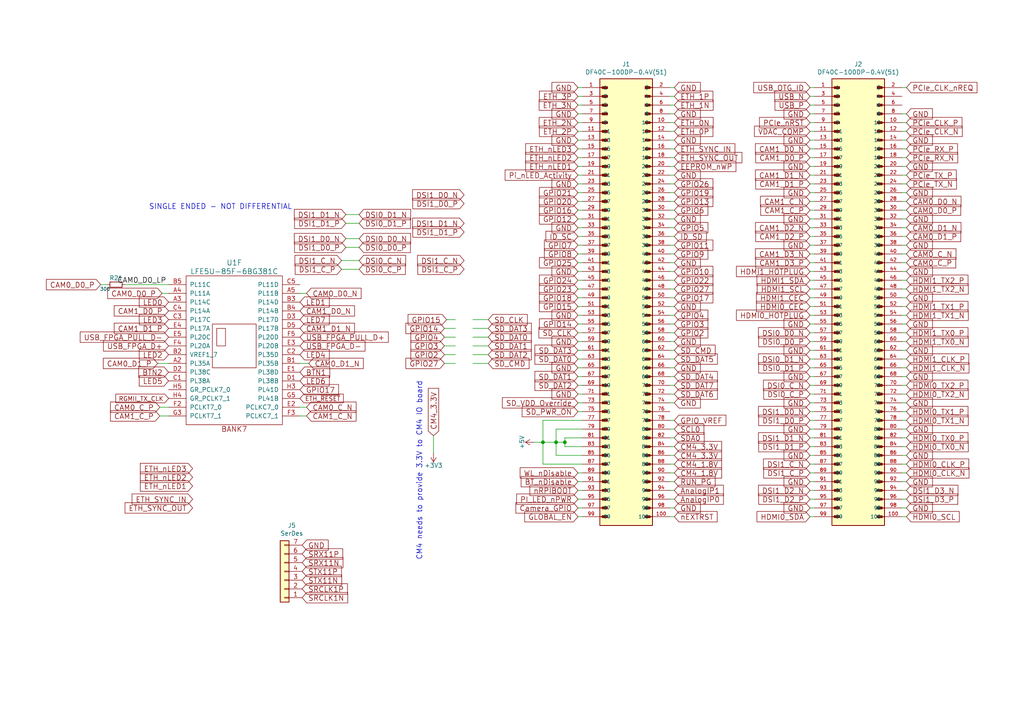
<source format=kicad_sch>
(kicad_sch (version 20231120) (generator "eeschema") (generator_version "8.0")
  (paper "A4")
  (title_block (title "ULX3S") (date "2022-09-21") (rev "0.0.3") (company "EMARD") (comment 1 "GPIO 2.54 mm connectors") (comment 2 "License: CERN-OHL-S v2"))
  (junction (at -97.155 10.16))
  (junction (at 161.29 128.27))
  (junction (at 163.83 128.27))
  (junction (at 157.48 128.27))
  (no_connect (at -50.8 22.86))
  (no_connect (at -88.9 22.86))
  (no_connect (at -88.9 25.4))
  (wire (pts (xy 167.64 40.64) (xy 168.91 40.64)))
  (wire (pts (xy 234.95 119.38) (xy 236.22 119.38)))
  (wire (pts (xy 194.31 101.6) (xy 195.58 101.6)))
  (wire (pts (xy 168.91 137.16) (xy 167.64 137.16)))
  (wire (pts (xy 167.64 83.82) (xy 168.91 83.82)))
  (wire (pts (xy 261.62 78.74) (xy 262.89 78.74)))
  (wire (pts (xy 129.54 92.71) (xy 132.08 92.71)))
  (wire (pts (xy 104.14 71.755) (xy 100.33 71.755)))
  (wire (pts (xy 104.14 64.77) (xy 100.33 64.77)))
  (wire (pts (xy 167.64 25.4) (xy 168.91 25.4)))
  (wire (pts (xy 236.22 101.6) (xy 234.95 101.6)))
  (wire (pts (xy 167.64 99.06) (xy 168.91 99.06)))
  (wire (pts (xy 168.91 142.24) (xy 167.64 142.24)))
  (wire (pts (xy 234.95 40.64) (xy 236.22 40.64)))
  (wire (pts (xy 137.16 100.33) (xy 141.605 100.33)))
  (wire (pts (xy 168.91 43.18) (xy 167.64 43.18)))
  (wire (pts (xy 234.95 25.4) (xy 236.22 25.4)))
  (wire (pts (xy 261.62 132.08) (xy 262.89 132.08)))
  (wire (pts (xy 262.89 81.28) (xy 261.62 81.28)))
  (wire (pts (xy 167.64 30.48) (xy 168.91 30.48)))
  (wire (pts (xy 194.31 134.62) (xy 195.58 134.62)))
  (wire (pts (xy 234.95 86.36) (xy 236.22 86.36)))
  (wire (pts (xy 46.355 118.11) (xy 48.895 118.11)))
  (wire (pts (xy 195.58 116.84) (xy 194.31 116.84)))
  (wire (pts (xy 137.16 97.79) (xy 141.605 97.79)))
  (wire (pts (xy 168.91 66.04) (xy 167.64 66.04)))
  (wire (pts (xy 167.64 93.98) (xy 168.91 93.98)))
  (wire (pts (xy 236.22 30.48) (xy 234.95 30.48)))
  (wire (pts (xy 86.995 105.41) (xy 89.535 105.41)))
  (wire (pts (xy 236.22 134.62) (xy 234.95 134.62)))
  (wire (pts (xy 236.22 83.82) (xy 234.95 83.82)))
  (wire (pts (xy 234.95 99.06) (xy 236.22 99.06)))
  (wire (pts (xy 261.62 91.44) (xy 262.89 91.44)))
  (wire (pts (xy 167.64 27.94) (xy 168.91 27.94)))
  (wire (pts (xy 236.22 48.26) (xy 234.95 48.26)))
  (wire (pts (xy 167.64 53.34) (xy 168.91 53.34)))
  (wire (pts (xy 194.31 68.58) (xy 195.58 68.58)))
  (wire (pts (xy -50.8 2.54) (xy -41.275 2.54)))
  (wire (pts (xy 234.95 104.14) (xy 236.22 104.14)))
  (wire (pts (xy 195.58 55.88) (xy 194.31 55.88)))
  (wire (pts (xy 167.64 119.38) (xy 168.91 119.38)))
  (wire (pts (xy 194.31 96.52) (xy 195.58 96.52)))
  (wire (pts (xy 236.22 78.74) (xy 234.95 78.74)))
  (wire (pts (xy 236.22 58.42) (xy 234.95 58.42)))
  (wire (pts (xy 167.64 45.72) (xy 168.91 45.72)))
  (wire (pts (xy 137.16 92.71) (xy 141.605 92.71)))
  (wire (pts (xy 163.83 127) (xy 168.91 127)))
  (wire (pts (xy 168.91 50.8) (xy 167.64 50.8)))
  (wire (pts (xy 137.16 105.41) (xy 141.605 105.41)))
  (wire (pts (xy 234.95 114.3) (xy 236.22 114.3)))
  (wire (pts (xy 167.64 38.1) (xy 168.91 38.1)))
  (wire (pts (xy 234.95 66.04) (xy 236.22 66.04)))
  (wire (pts (xy 194.31 129.54) (xy 195.58 129.54)))
  (wire (pts (xy 157.48 121.92) (xy 157.48 128.27)))
  (wire (pts (xy 261.62 124.46) (xy 262.89 124.46)))
  (wire (pts (xy 194.31 58.42) (xy 195.58 58.42)))
  (wire (pts (xy 261.62 137.16) (xy 262.89 137.16)))
  (wire (pts (xy 46.99 85.09) (xy 48.895 85.09)))
  (wire (pts (xy 195.58 71.12) (xy 194.31 71.12)))
  (wire (pts (xy 261.62 114.3) (xy 262.89 114.3)))
  (wire (pts (xy 195.58 144.78) (xy 194.31 144.78)))
  (wire (pts (xy 262.89 109.22) (xy 261.62 109.22)))
  (wire (pts (xy 262.89 99.06) (xy 261.62 99.06)))
  (wire (pts (xy 195.58 121.92) (xy 194.31 121.92)))
  (wire (pts (xy 262.89 76.2) (xy 261.62 76.2)))
  (wire (pts (xy 236.22 63.5) (xy 234.95 63.5)))
  (wire (pts (xy 195.58 137.16) (xy 194.31 137.16)))
  (wire (pts (xy 194.31 91.44) (xy 195.58 91.44)))
  (wire (pts (xy 194.31 27.94) (xy 195.58 27.94)))
  (wire (pts (xy 234.95 132.08) (xy 236.22 132.08)))
  (wire (pts (xy 195.58 30.48) (xy 194.31 30.48)))
  (wire (pts (xy 195.58 45.72) (xy 194.31 45.72)))
  (wire (pts (xy 234.95 144.78) (xy 236.22 144.78)))
  (wire (pts (xy 236.22 38.1) (xy 234.95 38.1)))
  (wire (pts (xy 261.62 139.7) (xy 262.89 139.7)))
  (wire (pts (xy 236.22 139.7) (xy 234.95 139.7)))
  (wire (pts (xy 128.905 102.87) (xy 132.08 102.87)))
  (wire (pts (xy 168.91 129.54) (xy 163.83 129.54)))
  (wire (pts (xy 234.95 55.88) (xy 236.22 55.88)))
  (wire (pts (xy 168.91 116.84) (xy 167.64 116.84)))
  (wire (pts (xy 194.31 147.32) (xy 195.58 147.32)))
  (wire (pts (xy 195.58 93.98) (xy 194.31 93.98)))
  (wire (pts (xy 167.64 88.9) (xy 168.91 88.9)))
  (wire (pts (xy 262.89 86.36) (xy 261.62 86.36)))
  (wire (pts (xy 261.62 43.18) (xy 262.89 43.18)))
  (wire (pts (xy 157.48 128.27) (xy 154.94 128.27)))
  (wire (pts (xy 195.58 60.96) (xy 194.31 60.96)))
  (wire (pts (xy 137.16 102.87) (xy 141.605 102.87)))
  (wire (pts (xy 195.58 50.8) (xy 194.31 50.8)))
  (wire (pts (xy 236.22 43.18) (xy 234.95 43.18)))
  (wire (pts (xy -50.8 10.16) (xy -43.815 10.16)))
  (wire (pts (xy 128.905 95.25) (xy 132.08 95.25)))
  (wire (pts (xy 262.89 63.5) (xy 261.62 63.5)))
  (wire (pts (xy 261.62 60.96) (xy 262.89 60.96)))
  (wire (pts (xy 236.22 68.58) (xy 234.95 68.58)))
  (wire (pts (xy 167.64 104.14) (xy 168.91 104.14)))
  (wire (pts (xy 234.95 149.86) (xy 236.22 149.86)))
  (wire (pts (xy 262.89 142.24) (xy 261.62 142.24)))
  (wire (pts (xy 261.62 96.52) (xy 262.89 96.52)))
  (wire (pts (xy 234.95 76.2) (xy 236.22 76.2)))
  (wire (pts (xy 234.95 60.96) (xy 236.22 60.96)))
  (wire (pts (xy 195.58 35.56) (xy 194.31 35.56)))
  (wire (pts (xy 262.89 48.26) (xy 261.62 48.26)))
  (wire (pts (xy 137.16 95.25) (xy 141.605 95.25)))
  (wire (pts (xy 161.29 124.46) (xy 161.29 128.27)))
  (wire (pts (xy 261.62 35.56) (xy 262.89 35.56)))
  (wire (pts (xy 262.89 116.84) (xy 261.62 116.84)))
  (wire (pts (xy 195.58 99.06) (xy 194.31 99.06)))
  (wire (pts (xy 167.64 73.66) (xy 168.91 73.66)))
  (wire (pts (xy 168.91 109.22) (xy 167.64 109.22)))
  (wire (pts (xy 261.62 73.66) (xy 262.89 73.66)))
  (wire (pts (xy 167.64 63.5) (xy 168.91 63.5)))
  (wire (pts (xy 234.95 71.12) (xy 236.22 71.12)))
  (wire (pts (xy 261.62 83.82) (xy 262.89 83.82)))
  (wire (pts (xy 168.91 144.78) (xy 167.64 144.78)))
  (wire (pts (xy 262.89 55.88) (xy 261.62 55.88)))
  (wire (pts (xy 45.72 105.41) (xy 48.895 105.41)))
  (wire (pts (xy 262.89 58.42) (xy 261.62 58.42)))
  (wire (pts (xy 99.06 75.565) (xy 104.14 75.565)))
  (wire (pts (xy 262.89 40.64) (xy 261.62 40.64)))
  (wire (pts (xy 234.95 45.72) (xy 236.22 45.72)))
  (wire (pts (xy 234.95 109.22) (xy 236.22 109.22)))
  (wire (pts (xy 168.91 86.36) (xy 167.64 86.36)))
  (wire (pts (xy 261.62 45.72) (xy 262.89 45.72)))
  (wire (pts (xy 194.31 38.1) (xy 195.58 38.1)))
  (wire (pts (xy 261.62 106.68) (xy 262.89 106.68)))
  (wire (pts (xy 261.62 119.38) (xy 262.89 119.38)))
  (wire (pts (xy 168.91 132.08) (xy 161.29 132.08)))
  (wire (pts (xy 262.89 121.92) (xy 261.62 121.92)))
  (wire (pts (xy 194.31 149.86) (xy 195.58 149.86)))
  (wire (pts (xy 128.905 97.79) (xy 132.08 97.79)))
  (wire (pts (xy 261.62 53.34) (xy 262.89 53.34)))
  (wire (pts (xy 157.48 134.62) (xy 168.91 134.62)))
  (wire (pts (xy 261.62 50.8) (xy 262.89 50.8)))
  (wire (pts (xy 194.31 86.36) (xy 195.58 86.36)))
  (wire (pts (xy 194.31 132.08) (xy 195.58 132.08)))
  (wire (pts (xy 195.58 127) (xy 194.31 127)))
  (wire (pts (xy 167.64 149.86) (xy 168.91 149.86)))
  (wire (pts (xy 194.31 78.74) (xy 195.58 78.74)))
  (wire (pts (xy 236.22 129.54) (xy 234.95 129.54)))
  (wire (pts (xy 236.22 106.68) (xy 234.95 106.68)))
  (wire (pts (xy 167.64 58.42) (xy 168.91 58.42)))
  (wire (pts (xy 234.95 124.46) (xy 236.22 124.46)))
  (wire (pts (xy 168.91 121.92) (xy 157.48 121.92)))
  (wire (pts (xy 29.21 82.55) (xy 31.115 82.55)))
  (wire (pts (xy 167.64 78.74) (xy 168.91 78.74)))
  (wire (pts (xy 163.83 129.54) (xy 163.83 128.27)))
  (wire (pts (xy 234.95 91.44) (xy 236.22 91.44)))
  (wire (pts (xy 194.31 109.22) (xy 195.58 109.22)))
  (wire (pts (xy 194.31 81.28) (xy 195.58 81.28)))
  (wire (pts (xy 128.905 105.41) (xy 132.08 105.41)))
  (wire (pts (xy 125.73 131.445) (xy 125.73 126.365)))
  (wire (pts (xy 168.91 71.12) (xy 167.64 71.12)))
  (wire (pts (xy 261.62 127) (xy 262.89 127)))
  (wire (pts (xy 168.91 48.26) (xy 167.64 48.26)))
  (wire (pts (xy 261.62 144.78) (xy 262.89 144.78)))
  (wire (pts (xy 88.9 118.11) (xy 86.995 118.11)))
  (wire (pts (xy 234.95 137.16) (xy 236.22 137.16)))
  (wire (pts (xy 261.62 25.4) (xy 262.89 25.4)))
  (wire (pts (xy 236.22 121.92) (xy 234.95 121.92)))
  (wire (pts (xy 194.31 104.14) (xy 195.58 104.14)))
  (wire (pts (xy 161.29 132.08) (xy 161.29 128.27)))
  (wire (pts (xy 167.64 68.58) (xy 168.91 68.58)))
  (wire (pts (xy 86.995 85.09) (xy 88.9 85.09)))
  (wire (pts (xy 236.22 116.84) (xy 234.95 116.84)))
  (wire (pts (xy 261.62 149.86) (xy 262.89 149.86)))
  (wire (pts (xy -97.155 10.16) (xy -88.9 10.16)))
  (wire (pts (xy 168.91 55.88) (xy 167.64 55.88)))
  (wire (pts (xy 261.62 68.58) (xy 262.89 68.58)))
  (wire (pts (xy 262.89 134.62) (xy 261.62 134.62)))
  (wire (pts (xy 46.355 120.65) (xy 48.895 120.65)))
  (wire (pts (xy 194.31 142.24) (xy 195.58 142.24)))
  (wire (pts (xy 236.22 93.98) (xy 234.95 93.98)))
  (wire (pts (xy 236.22 53.34) (xy 234.95 53.34)))
  (wire (pts (xy 167.64 139.7) (xy 168.91 139.7)))
  (wire (pts (xy 167.64 106.68) (xy 168.91 106.68)))
  (wire (pts (xy -109.22 10.16) (xy -97.155 10.16)))
  (wire (pts (xy 168.91 124.46) (xy 161.29 124.46)))
  (wire (pts (xy 234.95 81.28) (xy 236.22 81.28)))
  (wire (pts (xy 234.95 127) (xy 236.22 127)))
  (wire (pts (xy 234.95 142.24) (xy 236.22 142.24)))
  (wire (pts (xy 194.31 33.02) (xy 195.58 33.02)))
  (wire (pts (xy 261.62 38.1) (xy 262.89 38.1)))
  (wire (pts (xy 157.48 128.27) (xy 157.48 134.62)))
  (wire (pts (xy 195.58 106.68) (xy 194.31 106.68)))
  (wire (pts (xy 163.83 128.27) (xy 161.29 128.27)))
  (wire (pts (xy 261.62 66.04) (xy 262.89 66.04)))
  (wire (pts (xy 195.58 66.04) (xy 194.31 66.04)))
  (wire (pts (xy 234.95 96.52) (xy 236.22 96.52)))
  (wire (pts (xy 194.31 48.26) (xy 195.58 48.26)))
  (wire (pts (xy 195.58 88.9) (xy 194.31 88.9)))
  (wire (pts (xy 167.64 35.56) (xy 168.91 35.56)))
  (wire (pts (xy 195.58 76.2) (xy 194.31 76.2)))
  (wire (pts (xy 88.9 120.65) (xy 86.995 120.65)))
  (wire (pts (xy 262.89 104.14) (xy 261.62 104.14)))
  (wire (pts (xy 194.31 63.5) (xy 195.58 63.5)))
  (wire (pts (xy 128.905 100.33) (xy 132.08 100.33)))
  (wire (pts (xy 168.91 76.2) (xy 167.64 76.2)))
  (wire (pts (xy 168.91 33.02) (xy 167.64 33.02)))
  (wire (pts (xy 161.29 128.27) (xy 157.48 128.27)))
  (wire (pts (xy 261.62 111.76) (xy 262.89 111.76)))
  (wire (pts (xy 168.91 91.44) (xy 167.64 91.44)))
  (wire (pts (xy 104.14 78.105) (xy 99.06 78.105)))
  (wire (pts (xy 194.31 114.3) (xy 195.58 114.3)))
  (wire (pts (xy 167.64 114.3) (xy 168.91 114.3)))
  (wire (pts (xy 195.58 83.82) (xy 194.31 83.82)))
  (wire (pts (xy 168.91 101.6) (xy 167.64 101.6)))
  (wire (pts (xy 236.22 147.32) (xy 234.95 147.32)))
  (wire (pts (xy 100.33 69.215) (xy 104.14 69.215)))
  (wire (pts (xy 195.58 40.64) (xy 194.31 40.64)))
  (wire (pts (xy 100.33 62.23) (xy 104.14 62.23)))
  (wire (pts (xy 262.89 33.02) (xy 261.62 33.02)))
  (wire (pts (xy 262.89 147.32) (xy 261.62 147.32)))
  (wire (pts (xy 262.89 93.98) (xy 261.62 93.98)))
  (wire (pts (xy 168.91 111.76) (xy 167.64 111.76)))
  (wire (pts (xy 234.95 50.8) (xy 236.22 50.8)))
  (wire (pts (xy 234.95 27.94) (xy 236.22 27.94)))
  (wire (pts (xy 168.91 96.52) (xy 167.64 96.52)))
  (wire (pts (xy 236.22 33.02) (xy 234.95 33.02)))
  (wire (pts (xy 262.89 129.54) (xy 261.62 129.54)))
  (wire (pts (xy 168.91 81.28) (xy 167.64 81.28)))
  (wire (pts (xy 194.31 73.66) (xy 195.58 73.66)))
  (wire (pts (xy 168.91 60.96) (xy 167.64 60.96)))
  (wire (pts (xy 195.58 25.4) (xy 194.31 25.4)))
  (wire (pts (xy 236.22 88.9) (xy 234.95 88.9)))
  (wire (pts (xy 163.83 127) (xy 163.83 128.27)))
  (wire (pts (xy 194.31 124.46) (xy 195.58 124.46)))
  (wire (pts (xy 262.89 71.12) (xy 261.62 71.12)))
  (wire (pts (xy 236.22 111.76) (xy 234.95 111.76)))
  (wire (pts (xy 236.22 73.66) (xy 234.95 73.66)))
  (wire (pts (xy 194.31 139.7) (xy 195.58 139.7)))
  (wire (pts (xy 261.62 88.9) (xy 262.89 88.9)))
  (wire (pts (xy 194.31 43.18) (xy 195.58 43.18)))
  (wire (pts (xy 234.95 35.56) (xy 236.22 35.56)))
  (wire (pts (xy 167.64 147.32) (xy 168.91 147.32)))
  (wire (pts (xy 194.31 53.34) (xy 195.58 53.34)))
  (wire (pts (xy 195.58 111.76) (xy 194.31 111.76)))
  (wire (pts (xy 261.62 101.6) (xy 262.89 101.6)))
  (wire (pts (xy 36.195 82.55) (xy 48.895 82.55)))
  (text "CM4 needs to provide 3.3V to CM4 IO board" (at 122.555 162.56 90) (effects (font (size 1.524 1.524)) (justify left bottom)))
  (text "SINGLE ENDED - NOT DIFFERENTIAL" (at 43.18 60.96 0) (effects (font (size 1.524 1.524)) (justify left bottom)))
  (label "CAM0_D0_LP" (at 48.26 82.55 180) (effects (font (size 1.524 1.524))))
  (global_label "SD_CLK" (shape input) (at 141.605 92.71 0) (effects (font (size 1.524 1.524))) (property "Intersheetrefs" "${INTERSHEET_REFS}" (effects (hide yes))))
  (global_label "CAM0_D1_N" (shape input) (at 262.89 66.04 0) (effects (font (size 1.524 1.524))) (property "Intersheetrefs" "${INTERSHEET_REFS}" (effects (hide yes))))
  (global_label "PCIe_CLK_nREQ" (shape input) (at -88.9 -5.08 180) (effects (font (size 1.524 1.524))) (property "Intersheetrefs" "${INTERSHEET_REFS}" (effects (hide yes))))
  (global_label "CAM1_D3_N" (shape input) (at 234.95 73.66 180) (effects (font (size 1.524 1.524))) (property "Intersheetrefs" "${INTERSHEET_REFS}" (effects (hide yes))))
  (global_label "GND" (shape input) (at 195.58 116.84 0) (effects (font (size 1.524 1.524))) (property "Intersheetrefs" "${INTERSHEET_REFS}" (effects (hide yes))))
  (global_label "ETH_1N" (shape input) (at 195.58 30.48 0) (effects (font (size 1.524 1.524))) (property "Intersheetrefs" "${INTERSHEET_REFS}" (effects (hide yes))))
  (global_label "GND" (shape input) (at 262.89 78.74 0) (effects (font (size 1.524 1.524))) (property "Intersheetrefs" "${INTERSHEET_REFS}" (effects (hide yes))))
  (global_label "CM4_3.3V" (shape input) (at 125.73 126.365 90) (effects (font (size 1.524 1.524))) (property "Intersheetrefs" "${INTERSHEET_REFS}" (effects (hide yes))))
  (global_label "GP5" (shape input) (at -88.9 7.62 180) (effects (font (size 1.524 1.524))) (property "Intersheetrefs" "${INTERSHEET_REFS}" (effects (hide yes))))
  (global_label "SD_CMD" (shape input) (at 141.605 105.41 0) (effects (font (size 1.524 1.524))) (property "Intersheetrefs" "${INTERSHEET_REFS}" (effects (hide yes))))
  (global_label "DSI1_C_P" (shape input) (at 134.62 78.105 180) (effects (font (size 1.524 1.524))) (property "Intersheetrefs" "${INTERSHEET_REFS}" (effects (hide yes))))
  (global_label "DSI0_D0_N" (shape input) (at 104.14 69.215 0) (effects (font (size 1.524 1.524))) (property "Intersheetrefs" "${INTERSHEET_REFS}" (effects (hide yes))))
  (global_label "LED4" (shape input) (at 86.995 102.87 0) (effects (font (size 1.524 1.524))) (property "Intersheetrefs" "${INTERSHEET_REFS}" (effects (hide yes))))
  (global_label "GPIO27" (shape input) (at 128.905 105.41 180) (effects (font (size 1.524 1.524))) (property "Intersheetrefs" "${INTERSHEET_REFS}" (effects (hide yes))))
  (global_label "CAM1_D0_N" (shape input) (at 234.95 43.18 180) (effects (font (size 1.524 1.524))) (property "Intersheetrefs" "${INTERSHEET_REFS}" (effects (hide yes))))
  (global_label "CAM1_D1_P" (shape input) (at 234.95 53.34 180) (effects (font (size 1.524 1.524))) (property "Intersheetrefs" "${INTERSHEET_REFS}" (effects (hide yes))))
  (global_label "HDMI1_TX2_N" (shape input) (at 262.89 83.82 0) (effects (font (size 1.524 1.524))) (property "Intersheetrefs" "${INTERSHEET_REFS}" (effects (hide yes))))
  (global_label "GND" (shape input) (at 234.95 71.12 180) (effects (font (size 1.524 1.524))) (property "Intersheetrefs" "${INTERSHEET_REFS}" (effects (hide yes))))
  (global_label "GND" (shape input) (at 262.89 63.5 0) (effects (font (size 1.524 1.524))) (property "Intersheetrefs" "${INTERSHEET_REFS}" (effects (hide yes))))
  (global_label "CM4_1.8V" (shape input) (at 195.58 137.16 0) (effects (font (size 1.524 1.524))) (property "Intersheetrefs" "${INTERSHEET_REFS}" (effects (hide yes))))
  (global_label "GPIO24" (shape input) (at 167.64 81.28 180) (effects (font (size 1.524 1.524))) (property "Intersheetrefs" "${INTERSHEET_REFS}" (effects (hide yes))))
  (global_label "ETH_3P" (shape input) (at 167.64 27.94 180) (effects (font (size 1.524 1.524))) (property "Intersheetrefs" "${INTERSHEET_REFS}" (effects (hide yes))))
  (global_label "SD_DAT7" (shape input) (at 195.58 111.76 0) (effects (font (size 1.524 1.524))) (property "Intersheetrefs" "${INTERSHEET_REFS}" (effects (hide yes))))
  (global_label "CAM1_D3_P" (shape input) (at 234.95 76.2 180) (effects (font (size 1.524 1.524))) (property "Intersheetrefs" "${INTERSHEET_REFS}" (effects (hide yes))))
  (global_label "DSI1_D0_P" (shape input) (at 134.62 59.055 180) (effects (font (size 1.524 1.524))) (property "Intersheetrefs" "${INTERSHEET_REFS}" (effects (hide yes))))
  (global_label "DSI1_D1_N" (shape input) (at 234.95 127 180) (effects (font (size 1.524 1.524))) (property "Intersheetrefs" "${INTERSHEET_REFS}" (effects (hide yes))))
  (global_label "GND" (shape input) (at 262.89 116.84 0) (effects (font (size 1.524 1.524))) (property "Intersheetrefs" "${INTERSHEET_REFS}" (effects (hide yes))))
  (global_label "HDMI1_TX0_N" (shape input) (at 262.89 99.06 0) (effects (font (size 1.524 1.524))) (property "Intersheetrefs" "${INTERSHEET_REFS}" (effects (hide yes))))
  (global_label "nEXTRST" (shape input) (at 195.58 149.86 0) (effects (font (size 1.524 1.524))) (property "Intersheetrefs" "${INTERSHEET_REFS}" (effects (hide yes))))
  (global_label "SD_DAT1" (shape input) (at 167.64 109.22 180) (effects (font (size 1.524 1.524))) (property "Intersheetrefs" "${INTERSHEET_REFS}" (effects (hide yes))))
  (global_label "BTN1" (shape input) (at 86.995 107.95 0) (effects (font (size 1.524 1.524))) (property "Intersheetrefs" "${INTERSHEET_REFS}" (effects (hide yes))))
  (global_label "HDMI0_SCL" (shape input) (at 262.89 149.86 0) (effects (font (size 1.524 1.524))) (property "Intersheetrefs" "${INTERSHEET_REFS}" (effects (hide yes))))
  (global_label "CM4_3.3V" (shape input) (at 195.58 132.08 0) (effects (font (size 1.524 1.524))) (property "Intersheetrefs" "${INTERSHEET_REFS}" (effects (hide yes))))
  (global_label "CAM1_D1_N" (shape input) (at 86.995 95.25 0) (effects (font (size 1.524 1.524))) (property "Intersheetrefs" "${INTERSHEET_REFS}" (effects (hide yes))))
  (global_label "DSI0_D1_N" (shape input) (at 104.14 62.23 0) (effects (font (size 1.524 1.524))) (property "Intersheetrefs" "${INTERSHEET_REFS}" (effects (hide yes))))
  (global_label "GND" (shape input) (at 234.95 55.88 180) (effects (font (size 1.524 1.524))) (property "Intersheetrefs" "${INTERSHEET_REFS}" (effects (hide yes))))
  (global_label "CAM0_C_P" (shape input) (at 262.89 76.2 0) (effects (font (size 1.524 1.524))) (property "Intersheetrefs" "${INTERSHEET_REFS}" (effects (hide yes))))
  (global_label "DSI1_C_N" (shape input) (at 134.62 75.565 180) (effects (font (size 1.524 1.524))) (property "Intersheetrefs" "${INTERSHEET_REFS}" (effects (hide yes))))
  (global_label "ID_SC" (shape input) (at 167.64 68.58 180) (effects (font (size 1.524 1.524))) (property "Intersheetrefs" "${INTERSHEET_REFS}" (effects (hide yes))))
  (global_label "GND" (shape input) (at 234.95 109.22 180) (effects (font (size 1.524 1.524))) (property "Intersheetrefs" "${INTERSHEET_REFS}" (effects (hide yes))))
  (global_label "CAM1_D0_N" (shape input) (at 86.995 90.17 0) (effects (font (size 1.524 1.524))) (property "Intersheetrefs" "${INTERSHEET_REFS}" (effects (hide yes))))
  (global_label "GND" (shape input) (at 167.64 91.44 180) (effects (font (size 1.524 1.524))) (property "Intersheetrefs" "${INTERSHEET_REFS}" (effects (hide yes))))
  (global_label "DSI0_C_N" (shape input) (at 234.95 111.76 180) (effects (font (size 1.524 1.524))) (property "Intersheetrefs" "${INTERSHEET_REFS}" (effects (hide yes))))
  (global_label "GND" (shape input) (at 195.58 33.02 0) (effects (font (size 1.524 1.524))) (property "Intersheetrefs" "${INTERSHEET_REFS}" (effects (hide yes))))
  (global_label "GP3" (shape input) (at -88.9 0 180) (effects (font (size 1.524 1.524))) (property "Intersheetrefs" "${INTERSHEET_REFS}" (effects (hide yes))))
  (global_label "RGMII_TX_CLK" (shape input) (at 48.895 115.57 180) (property "Intersheetrefs" "${INTERSHEET_REFS}" (effects (hide yes))))
  (global_label "GND" (shape input) (at 262.89 132.08 0) (effects (font (size 1.524 1.524))) (property "Intersheetrefs" "${INTERSHEET_REFS}" (effects (hide yes))))
  (global_label "GND" (shape input) (at 234.95 63.5 180) (effects (font (size 1.524 1.524))) (property "Intersheetrefs" "${INTERSHEET_REFS}" (effects (hide yes))))
  (global_label "SD_DAT0" (shape input) (at 141.605 97.79 0) (effects (font (size 1.524 1.524))) (property "Intersheetrefs" "${INTERSHEET_REFS}" (effects (hide yes))))
  (global_label "SRCLK1P" (shape input) (at 87.63 170.815 0) (effects (font (size 1.524 1.524))) (property "Intersheetrefs" "${INTERSHEET_REFS}" (effects (hide yes))))
  (global_label "DSI0_C_P" (shape input) (at 104.14 78.105 0) (effects (font (size 1.524 1.524))) (property "Intersheetrefs" "${INTERSHEET_REFS}" (effects (hide yes))))
  (global_label "GND" (shape input) (at 234.95 101.6 180) (effects (font (size 1.524 1.524))) (property "Intersheetrefs" "${INTERSHEET_REFS}" (effects (hide yes))))
  (global_label "DSI0_C_N" (shape input) (at 104.14 75.565 0) (effects (font (size 1.524 1.524))) (property "Intersheetrefs" "${INTERSHEET_REFS}" (effects (hide yes))))
  (global_label "GND" (shape input) (at 195.58 106.68 0) (effects (font (size 1.524 1.524))) (property "Intersheetrefs" "${INTERSHEET_REFS}" (effects (hide yes))))
  (global_label "GPIO9" (shape input) (at 195.58 73.66 0) (effects (font (size 1.524 1.524))) (property "Intersheetrefs" "${INTERSHEET_REFS}" (effects (hide yes))))
  (global_label "GPIO20" (shape input) (at 167.64 58.42 180) (effects (font (size 1.524 1.524))) (property "Intersheetrefs" "${INTERSHEET_REFS}" (effects (hide yes))))
  (global_label "GND" (shape input) (at 167.64 106.68 180) (effects (font (size 1.524 1.524))) (property "Intersheetrefs" "${INTERSHEET_REFS}" (effects (hide yes))))
  (global_label "RUN_PG" (shape input) (at 195.58 139.7 0) (effects (font (size 1.524 1.524))) (property "Intersheetrefs" "${INTERSHEET_REFS}" (effects (hide yes))))
  (global_label "DSI1_C_N" (shape input) (at 99.06 75.565 180) (effects (font (size 1.524 1.524))) (property "Intersheetrefs" "${INTERSHEET_REFS}" (effects (hide yes))))
  (global_label "LED6" (shape input) (at 86.995 110.49 0) (effects (font (size 1.524 1.524))) (property "Intersheetrefs" "${INTERSHEET_REFS}" (effects (hide yes))))
  (global_label "GPIO3" (shape input) (at 195.58 93.98 0) (effects (font (size 1.524 1.524))) (property "Intersheetrefs" "${INTERSHEET_REFS}" (effects (hide yes))))
  (global_label "GND" (shape input) (at 234.95 139.7 180) (effects (font (size 1.524 1.524))) (property "Intersheetrefs" "${INTERSHEET_REFS}" (effects (hide yes))))
  (global_label "DSI1_C_P" (shape input) (at 99.06 78.105 180) (effects (font (size 1.524 1.524))) (property "Intersheetrefs" "${INTERSHEET_REFS}" (effects (hide yes))))
  (global_label "DSI1_D1_N" (shape input) (at 134.62 64.77 180) (effects (font (size 1.524 1.524))) (property "Intersheetrefs" "${INTERSHEET_REFS}" (effects (hide yes))))
  (global_label "ETH_0P" (shape input) (at 195.58 38.1 0) (effects (font (size 1.524 1.524))) (property "Intersheetrefs" "${INTERSHEET_REFS}" (effects (hide yes))))
  (global_label "HDMI1_SDA" (shape input) (at 234.95 81.28 180) (effects (font (size 1.524 1.524))) (property "Intersheetrefs" "${INTERSHEET_REFS}" (effects (hide yes))))
  (global_label "GND" (shape input) (at 195.58 147.32 0) (effects (font (size 1.524 1.524))) (property "Intersheetrefs" "${INTERSHEET_REFS}" (effects (hide yes))))
  (global_label "CM4_1.8V" (shape input) (at 195.58 134.62 0) (effects (font (size 1.524 1.524))) (property "Intersheetrefs" "${INTERSHEET_REFS}" (effects (hide yes))))
  (global_label "HDMI1_HOTPLUG" (shape input) (at 234.95 78.74 180) (effects (font (size 1.524 1.524))) (property "Intersheetrefs" "${INTERSHEET_REFS}" (effects (hide yes))))
  (global_label "LED1" (shape input) (at 86.995 87.63 0) (effects (font (size 1.524 1.524))) (property "Intersheetrefs" "${INTERSHEET_REFS}" (effects (hide yes))))
  (global_label "DSI1_D0_P" (shape input) (at 100.33 71.755 180) (effects (font (size 1.524 1.524))) (property "Intersheetrefs" "${INTERSHEET_REFS}" (effects (hide yes))))
  (global_label "GND" (shape input) (at 262.89 86.36 0) (effects (font (size 1.524 1.524))) (property "Intersheetrefs" "${INTERSHEET_REFS}" (effects (hide yes))))
  (global_label "GND" (shape input) (at 262.89 124.46 0) (effects (font (size 1.524 1.524))) (property "Intersheetrefs" "${INTERSHEET_REFS}" (effects (hide yes))))
  (global_label "SRX11P" (shape input) (at 87.63 160.655 0) (effects (font (size 1.524 1.524))) (property "Intersheetrefs" "${INTERSHEET_REFS}" (effects (hide yes))))
  (global_label "DSI1_D1_P" (shape input) (at 100.33 64.77 180) (effects (font (size 1.524 1.524))) (property "Intersheetrefs" "${INTERSHEET_REFS}" (effects (hide yes))))
  (global_label "GPIO3" (shape input) (at 128.905 100.33 180) (effects (font (size 1.524 1.524))) (property "Intersheetrefs" "${INTERSHEET_REFS}" (effects (hide yes))))
  (global_label "DSI1_C_N" (shape input) (at 234.95 134.62 180) (effects (font (size 1.524 1.524))) (property "Intersheetrefs" "${INTERSHEET_REFS}" (effects (hide yes))))
  (global_label "ETH_SYNC_IN" (shape input) (at 55.88 144.78 180) (effects (font (size 1.524 1.524))) (property "Intersheetrefs" "${INTERSHEET_REFS}" (effects (hide yes))))
  (global_label "ETH_MDIO" (shape bidirectional) (at -88.9 17.78 180) (property "Intersheetrefs" "${INTERSHEET_REFS}" (effects (hide yes))))
  (global_label "USB_OTG_ID" (shape input) (at 234.95 25.4 180) (effects (font (size 1.524 1.524))) (property "Intersheetrefs" "${INTERSHEET_REFS}" (effects (hide yes))))
  (global_label "LED2" (shape input) (at 48.895 102.87 180) (effects (font (size 1.524 1.524))) (property "Intersheetrefs" "${INTERSHEET_REFS}" (effects (hide yes))))
  (global_label "HDMI1_TX1_N" (shape input) (at 262.89 91.44 0) (effects (font (size 1.524 1.524))) (property "Intersheetrefs" "${INTERSHEET_REFS}" (effects (hide yes))))
  (global_label "GN5" (shape input) (at -50.8 7.62 0) (effects (font (size 1.524 1.524))) (property "Intersheetrefs" "${INTERSHEET_REFS}" (effects (hide yes))))
  (global_label "GND" (shape input) (at 195.58 88.9 0) (effects (font (size 1.524 1.524))) (property "Intersheetrefs" "${INTERSHEET_REFS}" (effects (hide yes))))
  (global_label "GPIO23" (shape input) (at 167.64 83.82 180) (effects (font (size 1.524 1.524))) (property "Intersheetrefs" "${INTERSHEET_REFS}" (effects (hide yes))))
  (global_label "GPIO17" (shape input) (at 195.58 86.36 0) (effects (font (size 1.524 1.524))) (property "Intersheetrefs" "${INTERSHEET_REFS}" (effects (hide yes))))
  (global_label "DSI1_D2_P" (shape input) (at 234.95 144.78 180) (effects (font (size 1.524 1.524))) (property "Intersheetrefs" "${INTERSHEET_REFS}" (effects (hide yes))))
  (global_label "SD_CMD" (shape input) (at 195.58 101.6 0) (effects (font (size 1.524 1.524))) (property "Intersheetrefs" "${INTERSHEET_REFS}" (effects (hide yes))))
  (global_label "CAM0_D0_P" (shape input) (at 46.99 85.09 180) (effects (font (size 1.524 1.524))) (property "Intersheetrefs" "${INTERSHEET_REFS}" (effects (hide yes))))
  (global_label "AnalogIP1" (shape input) (at 195.58 142.24 0) (effects (font (size 1.524 1.524))) (property "Intersheetrefs" "${INTERSHEET_REFS}" (effects (hide yes))))
  (global_label "DSI1_D0_P" (shape input) (at 234.95 121.92 180) (effects (font (size 1.524 1.524))) (property "Intersheetrefs" "${INTERSHEET_REFS}" (effects (hide yes))))
  (global_label "AnalogIP0" (shape input) (at 195.58 144.78 0) (effects (font (size 1.524 1.524))) (property "Intersheetrefs" "${INTERSHEET_REFS}" (effects (hide yes))))
  (global_label "HDMI1_TX1_P" (shape input) (at 262.89 88.9 0) (effects (font (size 1.524 1.524))) (property "Intersheetrefs" "${INTERSHEET_REFS}" (effects (hide yes))))
  (global_label "HDMI0_TX1_P" (shape input) (at 262.89 119.38 0) (effects (font (size 1.524 1.524))) (property "Intersheetrefs" "${INTERSHEET_REFS}" (effects (hide yes))))
  (global_label "GND" (shape input) (at 195.58 99.06 0) (effects (font (size 1.524 1.524))) (property "Intersheetrefs" "${INTERSHEET_REFS}" (effects (hide yes))))
  (global_label "GND" (shape input) (at 262.89 147.32 0) (effects (font (size 1.524 1.524))) (property "Intersheetrefs" "${INTERSHEET_REFS}" (effects (hide yes))))
  (global_label "SRCLK1N" (shape input) (at 87.63 173.355 0) (effects (font (size 1.524 1.524))) (property "Intersheetrefs" "${INTERSHEET_REFS}" (effects (hide yes))))
  (global_label "ETH_0N" (shape input) (at 195.58 35.56 0) (effects (font (size 1.524 1.524))) (property "Intersheetrefs" "${INTERSHEET_REFS}" (effects (hide yes))))
  (global_label "GND" (shape input) (at 234.95 93.98 180) (effects (font (size 1.524 1.524))) (property "Intersheetrefs" "${INTERSHEET_REFS}" (effects (hide yes))))
  (global_label "GND" (shape input) (at 262.89 33.02 0) (effects (font (size 1.524 1.524))) (property "Intersheetrefs" "${INTERSHEET_REFS}" (effects (hide yes))))
  (global_label "VDAC_COMP" (shape input) (at 234.95 38.1 180) (effects (font (size 1.524 1.524))) (property "Intersheetrefs" "${INTERSHEET_REFS}" (effects (hide yes))))
  (global_label "USB_FPGA_D-" (shape input) (at 86.995 100.33 0) (effects (font (size 1.524 1.524))) (property "Intersheetrefs" "${INTERSHEET_REFS}" (effects (hide yes))))
  (global_label "SD_DAT2" (shape input) (at 141.605 102.87 0) (effects (font (size 1.524 1.524))) (property "Intersheetrefs" "${INTERSHEET_REFS}" (effects (hide yes))))
  (global_label "SD_DAT3" (shape input) (at 141.605 95.25 0) (effects (font (size 1.524 1.524))) (property "Intersheetrefs" "${INTERSHEET_REFS}" (effects (hide yes))))
  (global_label "SD_DAT0" (shape input) (at 167.64 104.14 180) (effects (font (size 1.524 1.524))) (property "Intersheetrefs" "${INTERSHEET_REFS}" (effects (hide yes))))
  (global_label "CAM0_D0_P" (shape input) (at 29.21 82.55 180) (effects (font (size 1.524 1.524))) (property "Intersheetrefs" "${INTERSHEET_REFS}" (effects (hide yes))))
  (global_label "GND" (shape input) (at 262.89 101.6 0) (effects (font (size 1.524 1.524))) (property "Intersheetrefs" "${INTERSHEET_REFS}" (effects (hide yes))))
  (global_label "CAM0_D1_P" (shape input) (at 262.89 68.58 0) (effects (font (size 1.524 1.524))) (property "Intersheetrefs" "${INTERSHEET_REFS}" (effects (hide yes))))
  (global_label "HDMI0_TX2_N" (shape input) (at 262.89 114.3 0) (effects (font (size 1.524 1.524))) (property "Intersheetrefs" "${INTERSHEET_REFS}" (effects (hide yes))))
  (global_label "STX11P" (shape input) (at 87.63 165.735 0) (effects (font (size 1.524 1.524))) (property "Intersheetrefs" "${INTERSHEET_REFS}" (effects (hide yes))))
  (global_label "HDMI0_TX0_P" (shape input) (at 262.89 127 0) (effects (font (size 1.524 1.524))) (property "Intersheetrefs" "${INTERSHEET_REFS}" (effects (hide yes))))
  (global_label "DSI1_D2_N" (shape input) (at 234.95 142.24 180) (effects (font (size 1.524 1.524))) (property "Intersheetrefs" "${INTERSHEET_REFS}" (effects (hide yes))))
  (global_label "BTN2" (shape input) (at 48.895 107.95 180) (effects (font (size 1.524 1.524))) (property "Intersheetrefs" "${INTERSHEET_REFS}" (effects (hide yes))))
  (global_label "ETH_nLED1" (shape input) (at 167.64 48.26 180) (effects (font (size 1.524 1.524))) (property "Intersheetrefs" "${INTERSHEET_REFS}" (effects (hide yes))))
  (global_label "GPIO16" (shape input) (at 167.64 60.96 180) (effects (font (size 1.524 1.524))) (property "Intersheetrefs" "${INTERSHEET_REFS}" (effects (hide yes))))
  (global_label "GND" (shape input) (at 167.64 53.34 180) (effects (font (size 1.524 1.524))) (property "Intersheetrefs" "${INTERSHEET_REFS}" (effects (hide yes))))
  (global_label "SDA0" (shape input) (at 195.58 127 0) (effects (font (size 1.524 1.524))) (property "Intersheetrefs" "${INTERSHEET_REFS}" (effects (hide yes))))
  (global_label "DSI0_C_P" (shape input) (at 234.95 114.3 180) (effects (font (size 1.524 1.524))) (property "Intersheetrefs" "${INTERSHEET_REFS}" (effects (hide yes))))
  (global_label "PWRBTn" (shape input) (at -109.22 10.16 180) (effects (font (size 1.524 1.524))) (property "Intersheetrefs" "${INTERSHEET_REFS}" (effects (hide yes))))
  (global_label "HDMI0_SDA" (shape input) (at 234.95 149.86 180) (effects (font (size 1.524 1.524))) (property "Intersheetrefs" "${INTERSHEET_REFS}" (effects (hide yes))))
  (global_label "GPIO_VREF" (shape input) (at 195.58 121.92 0) (effects (font (size 1.524 1.524))) (property "Intersheetrefs" "${INTERSHEET_REFS}" (effects (hide yes))))
  (global_label "GND" (shape input) (at 234.95 116.84 180) (effects (font (size 1.524 1.524))) (property "Intersheetrefs" "${INTERSHEET_REFS}" (effects (hide yes))))
  (global_label "USB_FPGA_D-" (shape input) (at -50.8 20.32 0) (effects (font (size 1.524 1.524))) (property "Intersheetrefs" "${INTERSHEET_REFS}" (effects (hide yes))))
  (global_label "CAM0_D0_P" (shape input) (at 262.89 60.96 0) (effects (font (size 1.524 1.524))) (property "Intersheetrefs" "${INTERSHEET_REFS}" (effects (hide yes))))
  (global_label "GN3" (shape input) (at -50.8 0 0) (effects (font (size 1.524 1.524))) (property "Intersheetrefs" "${INTERSHEET_REFS}" (effects (hide yes))))
  (global_label "CAM1_D2_N" (shape input) (at 234.95 66.04 180) (effects (font (size 1.524 1.524))) (property "Intersheetrefs" "${INTERSHEET_REFS}" (effects (hide yes))))
  (global_label "DSI0_D0_P" (shape input) (at 234.95 99.06 180) (effects (font (size 1.524 1.524))) (property "Intersheetrefs" "${INTERSHEET_REFS}" (effects (hide yes))))
  (global_label "GPIO11" (shape input) (at 195.58 71.12 0) (effects (font (size 1.524 1.524))) (property "Intersheetrefs" "${INTERSHEET_REFS}" (effects (hide yes))))
  (global_label "GND" (shape input) (at 262.89 40.64 0) (effects (font (size 1.524 1.524))) (property "Intersheetrefs" "${INTERSHEET_REFS}" (effects (hide yes))))
  (global_label "SD_DAT4" (shape input) (at 195.58 109.22 0) (effects (font (size 1.524 1.524))) (property "Intersheetrefs" "${INTERSHEET_REFS}" (effects (hide yes))))
  (global_label "ETH_nLED2" (shape input) (at 167.64 45.72 180) (effects (font (size 1.524 1.524))) (property "Intersheetrefs" "${INTERSHEET_REFS}" (effects (hide yes))))
  (global_label "GND" (shape input) (at 167.64 33.02 180) (effects (font (size 1.524 1.524))) (property "Intersheetrefs" "${INTERSHEET_REFS}" (effects (hide yes))))
  (global_label "GND" (shape input) (at 234.95 132.08 180) (effects (font (size 1.524 1.524))) (property "Intersheetrefs" "${INTERSHEET_REFS}" (effects (hide yes))))
  (global_label "ETH_nLED1" (shape input) (at 55.88 140.97 180) (effects (font (size 1.524 1.524))) (property "Intersheetrefs" "${INTERSHEET_REFS}" (effects (hide yes))))
  (global_label "GND" (shape input) (at 262.89 109.22 0) (effects (font (size 1.524 1.524))) (property "Intersheetrefs" "${INTERSHEET_REFS}" (effects (hide yes))))
  (global_label "SD_DAT2" (shape input) (at 167.64 111.76 180) (effects (font (size 1.524 1.524))) (property "Intersheetrefs" "${INTERSHEET_REFS}" (effects (hide yes))))
  (global_label "CAM1_D1_P" (shape input) (at 48.895 95.25 180) (effects (font (size 1.524 1.524))) (property "Intersheetrefs" "${INTERSHEET_REFS}" (effects (hide yes))))
  (global_label "SD_PWR_ON" (shape input) (at 167.64 119.38 180) (effects (font (size 1.524 1.524))) (property "Intersheetrefs" "${INTERSHEET_REFS}" (effects (hide yes))))
  (global_label "GND" (shape input) (at 234.95 33.02 180) (effects (font (size 1.524 1.524))) (property "Intersheetrefs" "${INTERSHEET_REFS}" (effects (hide yes))))
  (global_label "USB_FPGA_D+" (shape input) (at 48.895 100.33 180) (effects (font (size 1.524 1.524))) (property "Intersheetrefs" "${INTERSHEET_REFS}" (effects (hide yes))))
  (global_label "GN0" (shape input) (at -50.8 -7.62 0) (effects (font (size 1.524 1.524))) (property "Intersheetrefs" "${INTERSHEET_REFS}" (effects (hide yes))))
  (global_label "LED3" (shape input) (at 48.895 92.71 180) (effects (font (size 1.524 1.524))) (property "Intersheetrefs" "${INTERSHEET_REFS}" (effects (hide yes))))
  (global_label "nRPIBOOT" (shape input) (at 167.64 142.24 180) (effects (font (size 1.524 1.524))) (property "Intersheetrefs" "${INTERSHEET_REFS}" (effects (hide yes))))
  (global_label "PCIe_TX_N" (shape input) (at 262.89 53.34 0) (effects (font (size 1.524 1.524))) (property "Intersheetrefs" "${INTERSHEET_REFS}" (effects (hide yes))))
  (global_label "HDMI1_TX2_P" (shape input) (at 262.89 81.28 0) (effects (font (size 1.524 1.524))) (property "Intersheetrefs" "${INTERSHEET_REFS}" (effects (hide yes))))
  (global_label "ETH_nLED3" (shape input) (at 167.64 43.18 180) (effects (font (size 1.524 1.524))) (property "Intersheetrefs" "${INTERSHEET_REFS}" (effects (hide yes))))
  (global_label "GP4" (shape input) (at -88.9 5.08 180) (effects (font (size 1.524 1.524))) (property "Intersheetrefs" "${INTERSHEET_REFS}" (effects (hide yes))))
  (global_label "USB_FPGA_D+" (shape input) (at -88.9 20.32 180) (effects (font (size 1.524 1.524))) (property "Intersheetrefs" "${INTERSHEET_REFS}" (effects (hide yes))))
  (global_label "GPIO15" (shape input) (at 129.54 92.71 180) (effects (font (size 1.524 1.524))) (property "Intersheetrefs" "${INTERSHEET_REFS}" (effects (hide yes))))
  (global_label "CAM1_D2_P" (shape input) (at 234.95 68.58 180) (effects (font (size 1.524 1.524))) (property "Intersheetrefs" "${INTERSHEET_REFS}" (effects (hide yes))))
  (global_label "CAM1_C_P" (shape input) (at 234.95 60.96 180) (effects (font (size 1.524 1.524))) (property "Intersheetrefs" "${INTERSHEET_REFS}" (effects (hide yes))))
  (global_label "GPIO22" (shape input) (at 195.58 81.28 0) (effects (font (size 1.524 1.524))) (property "Intersheetrefs" "${INTERSHEET_REFS}" (effects (hide yes))))
  (global_label "GP0" (shape input) (at -88.9 -7.62 180) (effects (font (size 1.524 1.524))) (property "Intersheetrefs" "${INTERSHEET_REFS}" (effects (hide yes))))
  (global_label "CAM0_D0_N" (shape input) (at 262.89 58.42 0) (effects (font (size 1.524 1.524))) (property "Intersheetrefs" "${INTERSHEET_REFS}" (effects (hide yes))))
  (global_label "GPIO13" (shape input) (at 195.58 58.42 0) (effects (font (size 1.524 1.524))) (property "Intersheetrefs" "${INTERSHEET_REFS}" (effects (hide yes))))
  (global_label "CAM0_C_N" (shape input) (at 262.89 73.66 0) (effects (font (size 1.524 1.524))) (property "Intersheetrefs" "${INTERSHEET_REFS}" (effects (hide yes))))
  (global_label "CAM0_D1_P" (shape input) (at 45.72 105.41 180) (effects (font (size 1.524 1.524))) (property "Intersheetrefs" "${INTERSHEET_REFS}" (effects (hide yes))))
  (global_label "HDMI0_TX2_P" (shape input) (at 262.89 111.76 0) (effects (font (size 1.524 1.524))) (property "Intersheetrefs" "${INTERSHEET_REFS}" (effects (hide yes))))
  (global_label "CAM0_C_P" (shape input) (at 46.355 118.11 180) (effects (font (size 1.524 1.524))) (property "Intersheetrefs" "${INTERSHEET_REFS}" (effects (hide yes))))
  (global_label "GPIO27" (shape input) (at 195.58 83.82 0) (effects (font (size 1.524 1.524))) (property "Intersheetrefs" "${INTERSHEET_REFS}" (effects (hide yes))))
  (global_label "DSI0_D0_P" (shape input) (at 104.14 71.755 0) (effects (font (size 1.524 1.524))) (property "Intersheetrefs" "${INTERSHEET_REFS}" (effects (hide yes))))
  (global_label "GN4" (shape input) (at -50.8 5.08 0) (effects (font (size 1.524 1.524))) (property "Intersheetrefs" "${INTERSHEET_REFS}" (effects (hide yes))))
  (global_label "GND" (shape input) (at 195.58 63.5 0) (effects (font (size 1.524 1.524))) (property "Intersheetrefs" "${INTERSHEET_REFS}" (effects (hide yes))))
  (global_label "CAM0_D1_N" (shape input) (at 89.535 105.41 0) (effects (font (size 1.524 1.524))) (property "Intersheetrefs" "${INTERSHEET_REFS}" (effects (hide yes))))
  (global_label "SD_DAT1" (shape input) (at 141.605 100.33 0) (effects (font (size 1.524 1.524))) (property "Intersheetrefs" "${INTERSHEET_REFS}" (effects (hide yes))))
  (global_label "GPIO21" (shape input) (at 167.64 55.88 180) (effects (font (size 1.524 1.524))) (property "Intersheetrefs" "${INTERSHEET_REFS}" (effects (hide yes))))
  (global_label "GPIO12" (shape input) (at 167.64 63.5 180) (effects (font (size 1.524 1.524))) (property "Intersheetrefs" "${INTERSHEET_REFS}" (effects (hide yes))))
  (global_label "SRX11N" (shape input) (at 87.63 163.195 0) (effects (font (size 1.524 1.524))) (property "Intersheetrefs" "${INTERSHEET_REFS}" (effects (hide yes))))
  (global_label "HDMI0_CEC" (shape input) (at 234.95 88.9 180) (effects (font (size 1.524 1.524))) (property "Intersheetrefs" "${INTERSHEET_REFS}" (effects (hide yes))))
  (global_label "GND" (shape input) (at 167.64 78.74 180) (effects (font (size 1.524 1.524))) (property "Intersheetrefs" "${INTERSHEET_REFS}" (effects (hide yes))))
  (global_label "SCL0" (shape input) (at 195.58 124.46 0) (effects (font (size 1.524 1.524))) (property "Intersheetrefs" "${INTERSHEET_REFS}" (effects (hide yes))))
  (global_label "BT_nDisable" (shape input) (at 167.64 139.7 180) (effects (font (size 1.524 1.524))) (property "Intersheetrefs" "${INTERSHEET_REFS}" (effects (hide yes))))
  (global_label "Camera_GPIO" (shape input) (at 167.64 147.32 180) (effects (font (size 1.524 1.524))) (property "Intersheetrefs" "${INTERSHEET_REFS}" (effects (hide yes))))
  (global_label "GPIO8" (shape input) (at 167.64 73.66 180) (effects (font (size 1.524 1.524))) (property "Intersheetrefs" "${INTERSHEET_REFS}" (effects (hide yes))))
  (global_label "HDMI1_CLK_P" (shape input) (at 262.89 104.14 0) (effects (font (size 1.524 1.524))) (property "Intersheetrefs" "${INTERSHEET_REFS}" (effects (hide yes))))
  (global_label "HDMI0_TX1_N" (shape input) (at 262.89 121.92 0) (effects (font (size 1.524 1.524))) (property "Intersheetrefs" "${INTERSHEET_REFS}" (effects (hide yes))))
  (global_label "ETH_3N" (shape input) (at 167.64 30.48 180) (effects (font (size 1.524 1.524))) (property "Intersheetrefs" "${INTERSHEET_REFS}" (effects (hide yes))))
  (global_label "GND" (shape input) (at 195.58 40.64 0) (effects (font (size 1.524 1.524))) (property "Intersheetrefs" "${INTERSHEET_REFS}" (effects (hide yes))))
  (global_label "CAM1_D1_N" (shape input) (at 234.95 50.8 180) (effects (font (size 1.524 1.524))) (property "Intersheetrefs" "${INTERSHEET_REFS}" (effects (hide yes))))
  (global_label "DSI1_D0_N" (shape input) (at 100.33 69.215 180) (effects (font (size 1.524 1.524))) (property "Intersheetrefs" "${INTERSHEET_REFS}" (effects (hide yes))))
  (global_label "GND" (shape input) (at 234.95 147.32 180) (effects (font (size 1.524 1.524))) (property "Intersheetrefs" "${INTERSHEET_REFS}" (effects (hide yes))))
  (global_label "GPIO6" (shape input) (at 195.58 60.96 0) (effects (font (size 1.524 1.524))) (property "Intersheetrefs" "${INTERSHEET_REFS}" (effects (hide yes))))
  (global_label "USB_OTG_ID" (shape input) (at -88.9 2.54 180) (effects (font (size 1.524 1.524))) (property "Intersheetrefs" "${INTERSHEET_REFS}" (effects (hide yes))))
  (global_label "DSI0_D1_P" (shape input) (at 104.14 64.77 0) (effects (font (size 1.524 1.524))) (property "Intersheetrefs" "${INTERSHEET_REFS}" (effects (hide yes))))
  (global_label "GND" (shape input) (at 234.95 40.64 180) (effects (font (size 1.524 1.524))) (property "Intersheetrefs" "${INTERSHEET_REFS}" (effects (hide yes))))
  (global_label "CAM1_C_N" (shape input) (at 88.9 120.65 0) (effects (font (size 1.524 1.524))) (property "Intersheetrefs" "${INTERSHEET_REFS}" (effects (hide yes))))
  (global_label "PCIe_CLK_N" (shape input) (at 262.89 38.1 0) (effects (font (size 1.524 1.524))) (property "Intersheetrefs" "${INTERSHEET_REFS}" (effects (hide yes))))
  (global_label "HDMI0_CLK_P" (shape input) (at 262.89 134.62 0) (effects (font (size 1.524 1.524))) (property "Intersheetrefs" "${INTERSHEET_REFS}" (effects (hide yes))))
  (global_label "GND" (shape input) (at 87.63 158.115 0) (effects (font (size 1.524 1.524))) (property "Intersheetrefs" "${INTERSHEET_REFS}" (effects (hide yes))))
  (global_label "USB_FPGA_PULL_D-" (shape input) (at 48.895 97.79 180) (effects (font (size 1.524 1.524))) (property "Intersheetrefs" "${INTERSHEET_REFS}" (effects (hide yes))))
  (global_label "HDMI0_CLK_N" (shape input) (at 262.89 137.16 0) (effects (font (size 1.524 1.524))) (property "Intersheetrefs" "${INTERSHEET_REFS}" (effects (hide yes))))
  (global_label "PCIe_CLK_nREQ" (shape input) (at 262.89 25.4 0) (effects (font (size 1.524 1.524))) (property "Intersheetrefs" "${INTERSHEET_REFS}" (effects (hide yes))))
  (global_label "GPIO14" (shape input) (at 167.64 93.98 180) (effects (font (size 1.524 1.524))) (property "Intersheetrefs" "${INTERSHEET_REFS}" (effects (hide yes))))
  (global_label "USB_N" (shape input) (at 234.95 27.94 180) (effects (font (size 1.524 1.524))) (property "Intersheetrefs" "${INTERSHEET_REFS}" (effects (hide yes))))
  (global_label "DSI1_D3_N" (shape input) (at 262.89 142.24 0) (effects (font (size 1.524 1.524))) (property "Intersheetrefs" "${INTERSHEET_REFS}" (effects (hide yes))))
  (global_label "USB_FPGA_PULL_D+" (shape input) (at 86.995 97.79 0) (effects (font (size 1.524 1.524))) (property "Intersheetrefs" "${INTERSHEET_REFS}" (effects (hide yes))))
  (global_label "DSI0_D1_P" (shape input) (at 234.95 106.68 180) (effects (font (size 1.524 1.524))) (property "Intersheetrefs" "${INTERSHEET_REFS}" (effects (hide yes))))
  (global_label "ETH_SYNC_OUT" (shape input) (at 195.58 45.72 0) (effects (font (size 1.524 1.524))) (property "Intersheetrefs" "${INTERSHEET_REFS}" (effects (hide yes))))
  (global_label "STX11N" (shape input) (at 87.63 168.275 0) (effects (font (size 1.524 1.524))) (property "Intersheetrefs" "${INTERSHEET_REFS}" (effects (hide yes))))
  (global_label "DSI0_D1_N" (shape input) (at 234.95 104.14 180) (effects (font (size 1.524 1.524))) (property "Intersheetrefs" "${INTERSHEET_REFS}" (effects (hide yes))))
  (global_label "GPIO17" (shape input) (at 86.995 113.03 0) (effects (font (size 1.524 1.524))) (property "Intersheetrefs" "${INTERSHEET_REFS}" (effects (hide yes))))
  (global_label "GPIO2" (shape input) (at 128.905 102.87 180) (effects (font (size 1.524 1.524))) (property "Intersheetrefs" "${INTERSHEET_REFS}" (effects (hide yes))))
  (global_label "GPIO2" (shape input) (at 195.58 96.52 0) (effects (font (size 1.524 1.524))) (property "Intersheetrefs" "${INTERSHEET_REFS}" (effects (hide yes))))
  (global_label "GPIO14" (shape input) (at 128.905 95.25 180) (effects (font (size 1.524 1.524))) (property "Intersheetrefs" "${INTERSHEET_REFS}" (effects (hide yes))))
  (global_label "HDMI1_CEC" (shape input) (at 234.95 86.36 180) (effects (font (size 1.524 1.524))) (property "Intersheetrefs" "${INTERSHEET_REFS}" (effects (hide yes))))
  (global_label "ETH_2N" (shape input) (at 167.64 35.56 180) (effects (font (size 1.524 1.524))) (property "Intersheetrefs" "${INTERSHEET_REFS}" (effects (hide yes))))
  (global_label "CAM1_C_P" (shape input) (at 46.355 120.65 180) (effects (font (size 1.524 1.524))) (property "Intersheetrefs" "${INTERSHEET_REFS}" (effects (hide yes))))
  (global_label "GPIO19" (shape input) (at 195.58 55.88 0) (effects (font (size 1.524 1.524))) (property "Intersheetrefs" "${INTERSHEET_REFS}" (effects (hide yes))))
  (global_label "PCIe_CLK_P" (shape input) (at 262.89 35.56 0) (effects (font (size 1.524 1.524))) (property "Intersheetrefs" "${INTERSHEET_REFS}" (effects (hide yes))))
  (global_label "DSI1_D1_P" (shape input) (at 234.95 129.54 180) (effects (font (size 1.524 1.524))) (property "Intersheetrefs" "${INTERSHEET_REFS}" (effects (hide yes))))
  (global_label "LED7" (shape input) (at 86.995 92.71 0) (effects (font (size 1.524 1.524))) (property "Intersheetrefs" "${INTERSHEET_REFS}" (effects (hide yes))))
  (global_label "DSI1_D1_P" (shape input) (at 134.62 67.31 180) (effects (font (size 1.524 1.524))) (property "Intersheetrefs" "${INTERSHEET_REFS}" (effects (hide yes))))
  (global_label "ETH_nLED2" (shape input) (at 55.88 138.43 180) (effects (font (size 1.524 1.524))) (property "Intersheetrefs" "${INTERSHEET_REFS}" (effects (hide yes))))
  (global_label "SD_DAT6" (shape input) (at 195.58 114.3 0) (effects (font (size 1.524 1.524))) (property "Intersheetrefs" "${INTERSHEET_REFS}" (effects (hide yes))))
  (global_label "HDMI1_TX0_P" (shape input) (at 262.89 96.52 0) (effects (font (size 1.524 1.524))) (property "Intersheetrefs" "${INTERSHEET_REFS}" (effects (hide yes))))
  (global_label "GPIO7" (shape input) (at 167.64 71.12 180) (effects (font (size 1.524 1.524))) (property "Intersheetrefs" "${INTERSHEET_REFS}" (effects (hide yes))))
  (global_label "GND" (shape input) (at 262.89 139.7 0) (effects (font (size 1.524 1.524))) (property "Intersheetrefs" "${INTERSHEET_REFS}" (effects (hide yes))))
  (global_label "DSI1_D0_N" (shape input) (at 134.62 56.515 180) (effects (font (size 1.524 1.524))) (property "Intersheetrefs" "${INTERSHEET_REFS}" (effects (hide yes))))
  (global_label "ETH_SYNC_IN" (shape input) (at 195.58 43.18 0) (effects (font (size 1.524 1.524))) (property "Intersheetrefs" "${INTERSHEET_REFS}" (effects (hide yes))))
  (global_label "Pi_nLED_Activity" (shape input) (at 167.64 50.8 180) (effects (font (size 1.524 1.524))) (property "Intersheetrefs" "${INTERSHEET_REFS}" (effects (hide yes))))
  (global_label "ETH_SYNC_OUT" (shape input) (at 55.88 147.32 180) (effects (font (size 1.524 1.524))) (property "Intersheetrefs" "${INTERSHEET_REFS}" (effects (hide yes))))
  (global_label "GPIO4" (shape input) (at 195.58 91.44 0) (effects (font (size 1.524 1.524))) (property "Intersheetrefs" "${INTERSHEET_REFS}" (effects (hide yes))))
  (global_label "GND" (shape input) (at 167.64 25.4 180) (effects (font (size 1.524 1.524))) (property "Intersheetrefs" "${INTERSHEET_REFS}" (effects (hide yes))))
  (global_label "ETH_1P" (shape input) (at 195.58 27.94 0) (effects (font (size 1.524 1.524))) (property "Intersheetrefs" "${INTERSHEET_REFS}" (effects (hide yes))))
  (global_label "GPIO10" (shape input) (at 195.58 78.74 0) (effects (font (size 1.524 1.524))) (property "Intersheetrefs" "${INTERSHEET_REFS}" (effects (hide yes))))
  (global_label "GND" (shape input) (at 234.95 48.26 180) (effects (font (size 1.524 1.524))) (property "Intersheetrefs" "${INTERSHEET_REFS}" (effects (hide yes))))
  (global_label "PCIe_TX_P" (shape input) (at 262.89 50.8 0) (effects (font (size 1.524 1.524))) (property "Intersheetrefs" "${INTERSHEET_REFS}" (effects (hide yes))))
  (global_label "PCIe_RX_N" (shape input) (at 262.89 45.72 0) (effects (font (size 1.524 1.524))) (property "Intersheetrefs" "${INTERSHEET_REFS}" (effects (hide yes))))
  (global_label "GND" (shape input) (at 262.89 93.98 0) (effects (font (size 1.524 1.524))) (property "Intersheetrefs" "${INTERSHEET_REFS}" (effects (hide yes))))
  (global_label "PI_LED_nPWR" (shape input) (at 167.64 144.78 180) (effects (font (size 1.524 1.524))) (property "Intersheetrefs" "${INTERSHEET_REFS}" (effects (hide yes))))
  (global_label "GND" (shape input) (at 195.58 50.8 0) (effects (font (size 1.524 1.524))) (property "Intersheetrefs" "${INTERSHEET_REFS}" (effects (hide yes))))
  (global_label "ETH_2P" (shape input) (at 167.64 38.1 180) (effects (font (size 1.524 1.524))) (property "Intersheetrefs" "${INTERSHEET_REFS}" (effects (hide yes))))
  (global_label "GND" (shape input) (at 167.64 66.04 180) (effects (font (size 1.524 1.524))) (property "Intersheetrefs" "${INTERSHEET_REFS}" (effects (hide yes))))
  (global_label "HDMI0_HOTPLUG" (shape input) (at 234.95 91.44 180) (effects (font (size 1.524 1.524))) (property "Intersheetrefs" "${INTERSHEET_REFS}" (effects (hide yes))))
  (global_label "SD_CLK" (shape input) (at 167.64 96.52 180) (effects (font (size 1.524 1.524))) (property "Intersheetrefs" "${INTERSHEET_REFS}" (effects (hide yes))))
  (global_label "GLOBAL_EN" (shape input) (at 167.64 149.86 180) (effects (font (size 1.524 1.524))) (property "Intersheetrefs" "${INTERSHEET_REFS}" (effects (hide yes))))
  (global_label "PCIe_nRST" (shape input) (at 234.95 35.56 180) (effects (font (size 1.524 1.524))) (property "Intersheetrefs" "${INTERSHEET_REFS}" (effects (hide yes))))
  (global_label "CAM1_D0_P" (shape input) (at 234.95 45.72 180) (effects (font (size 1.524 1.524))) (property "Intersheetrefs" "${INTERSHEET_REFS}" (effects (hide yes))))
  (global_label "EEPROM_nWP" (shape input) (at 195.58 48.26 0) (effects (font (size 1.524 1.524))) (property "Intersheetrefs" "${INTERSHEET_REFS}" (effects (hide yes))))
  (global_label "LED0" (shape input) (at 48.895 87.63 180) (effects (font (size 1.524 1.524))) (property "Intersheetrefs" "${INTERSHEET_REFS}" (effects (hide yes))))
  (global_label "GPIO25" (shape input) (at 167.64 76.2 180) (effects (font (size 1.524 1.524))) (property "Intersheetrefs" "${INTERSHEET_REFS}" (effects (hide yes))))
  (global_label "ETH_~{RESET}" (shape input) (at 86.995 115.57 0) (property "Intersheetrefs" "${INTERSHEET_REFS}" (effects (hide yes))))
  (global_label "DSI1_C_P" (shape input) (at 234.95 137.16 180) (effects (font (size 1.524 1.524))) (property "Intersheetrefs" "${INTERSHEET_REFS}" (effects (hide yes))))
  (global_label "CM4_3.3V" (shape input) (at 195.58 129.54 0) (effects (font (size 1.524 1.524))) (property "Intersheetrefs" "${INTERSHEET_REFS}" (effects (hide yes))))
  (global_label "PCIe_RX_P" (shape input) (at 262.89 43.18 0) (effects (font (size 1.524 1.524))) (property "Intersheetrefs" "${INTERSHEET_REFS}" (effects (hide yes))))
  (global_label "GND" (shape input) (at 167.64 114.3 180) (effects (font (size 1.524 1.524))) (property "Intersheetrefs" "${INTERSHEET_REFS}" (effects (hide yes))))
  (global_label "GND" (shape input) (at 195.58 25.4 0) (effects (font (size 1.524 1.524))) (property "Intersheetrefs" "${INTERSHEET_REFS}" (effects (hide yes))))
  (global_label "GND" (shape input) (at 234.95 124.46 180) (effects (font (size 1.524 1.524))) (property "Intersheetrefs" "${INTERSHEET_REFS}" (effects (hide yes))))
  (global_label "GND" (shape input) (at 167.64 99.06 180) (effects (font (size 1.524 1.524))) (property "Intersheetrefs" "${INTERSHEET_REFS}" (effects (hide yes))))
  (global_label "GPIO4" (shape input) (at 128.905 97.79 180) (effects (font (size 1.524 1.524))) (property "Intersheetrefs" "${INTERSHEET_REFS}" (effects (hide yes))))
  (global_label "CAM1_C_N" (shape input) (at 234.95 58.42 180) (effects (font (size 1.524 1.524))) (property "Intersheetrefs" "${INTERSHEET_REFS}" (effects (hide yes))))
  (global_label "GND" (shape input) (at 195.58 76.2 0) (effects (font (size 1.524 1.524))) (property "Intersheetrefs" "${INTERSHEET_REFS}" (effects (hide yes))))
  (global_label "ETH_nLED3" (shape input) (at 55.88 135.89 180) (effects (font (size 1.524 1.524))) (property "Intersheetrefs" "${INTERSHEET_REFS}" (effects (hide yes))))
  (global_label "USB_P" (shape input) (at 234.95 30.48 180) (effects (font (size 1.524 1.524))) (property "Intersheetrefs" "${INTERSHEET_REFS}" (effects (hide yes))))
  (global_label "GND" (shape input) (at 262.89 55.88 0) (effects (font (size 1.524 1.524))) (property "Intersheetrefs" "${INTERSHEET_REFS}" (effects (hide yes))))
  (global_label "HDMI1_SCL" (shape input) (at 234.95 83.82 180) (effects (font (size 1.524 1.524))) (property "Intersheetrefs" "${INTERSHEET_REFS}" (effects (hide yes))))
  (global_label "HDMI1_CLK_N" (shape input) (at 262.89 106.68 0) (effects (font (size 1.524 1.524))) (property "Intersheetrefs" "${INTERSHEET_REFS}" (effects (hide yes))))
  (global_label "CAM0_D0_N" (shape input) (at 88.9 85.09 0) (effects (font (size 1.524 1.524))) (property "Intersheetrefs" "${INTERSHEET_REFS}" (effects (hide yes))))
  (global_label "SD_VDD_Override" (shape input) (at 167.64 116.84 180) (effects (font (size 1.524 1.524))) (property "Intersheetrefs" "${INTERSHEET_REFS}" (effects (hide yes))))
  (global_label "GPIO5" (shape input) (at 195.58 66.04 0) (effects (font (size 1.524 1.524))) (property "Intersheetrefs" "${INTERSHEET_REFS}" (effects (hide yes))))
  (global_label "HDMI0_TX0_N" (shape input) (at 262.89 129.54 0) (effects (font (size 1.524 1.524))) (property "Intersheetrefs" "${INTERSHEET_REFS}" (effects (hide yes))))
  (global_label "DSI1_D3_P" (shape input) (at 262.89 144.78 0) (effects (font (size 1.524 1.524))) (property "Intersheetrefs" "${INTERSHEET_REFS}" (effects (hide yes))))
  (global_label "DSI1_D0_N" (shape input) (at 234.95 119.38 180) (effects (font (size 1.524 1.524))) (property "Intersheetrefs" "${INTERSHEET_REFS}" (effects (hide yes))))
  (global_label "GND" (shape input) (at 167.64 40.64 180) (effects (font (size 1.524 1.524))) (property "Intersheetrefs" "${INTERSHEET_REFS}" (effects (hide yes))))
  (global_label "WL_nDisable" (shape input) (at 167.64 137.16 180) (effects (font (size 1.524 1.524))) (property "Intersheetrefs" "${INTERSHEET_REFS}" (effects (hide yes))))
  (global_label "GPIO15" (shape input) (at 167.64 88.9 180) (effects (font (size 1.524 1.524))) (property "Intersheetrefs" "${INTERSHEET_REFS}" (effects (hide yes))))
  (global_label "GND" (shape input) (at 262.89 71.12 0) (effects (font (size 1.524 1.524))) (property "Intersheetrefs" "${INTERSHEET_REFS}" (effects (hide yes))))
  (global_label "LED5" (shape input) (at 48.895 110.49 180) (effects (font (size 1.524 1.524))) (property "Intersheetrefs" "${INTERSHEET_REFS}" (effects (hide yes))))
  (global_label "SD_DAT5" (shape input) (at 195.58 104.14 0) (effects (font (size 1.524 1.524))) (property "Intersheetrefs" "${INTERSHEET_REFS}" (effects (hide yes))))
  (global_label "CAM0_C_N" (shape input) (at 88.9 118.11 0) (effects (font (size 1.524 1.524))) (property "Intersheetrefs" "${INTERSHEET_REFS}" (effects (hide yes))))
  (global_label "GPIO18" (shape input) (at 167.64 86.36 180) (effects (font (size 1.524 1.524))) (property "Intersheetrefs" "${INTERSHEET_REFS}" (effects (hide yes))))
  (global_label "CAM1_D0_P" (shape input) (at 48.895 90.17 180) (effects (font (size 1.524 1.524))) (property "Intersheetrefs" "${INTERSHEET_REFS}" (effects (hide yes))))
  (global_label "ID_SD" (shape input) (at 195.58 68.58 0) (effects (font (size 1.524 1.524))) (property "Intersheetrefs" "${INTERSHEET_REFS}" (effects (hide yes))))
  (global_label "DSI1_D1_N" (shape input) (at 100.33 62.23 180) (effects (font (size 1.524 1.524))) (property "Intersheetrefs" "${INTERSHEET_REFS}" (effects (hide yes))))
  (global_label "GPIO26" (shape input) (at 195.58 53.34 0) (effects (font (size 1.524 1.524))) (property "Intersheetrefs" "${INTERSHEET_REFS}" (effects (hide yes))))
  (global_label "GND" (shape input) (at 262.89 48.26 0) (effects (font (size 1.524 1.524))) (property "Intersheetrefs" "${INTERSHEET_REFS}" (effects (hide yes))))
  (global_label "PCIe_nRST" (shape input) (at -88.9 -2.54 180) (effects (font (size 1.524 1.524))) (property "Intersheetrefs" "${INTERSHEET_REFS}" (effects (hide yes))))
  (global_label "SD_DAT3" (shape input) (at 167.64 101.6 180) (effects (font (size 1.524 1.524))) (property "Intersheetrefs" "${INTERSHEET_REFS}" (effects (hide yes))))
  (global_label "DSI0_D0_N" (shape input) (at 234.95 96.52 180) (effects (font (size 1.524 1.524))) (property "Intersheetrefs" "${INTERSHEET_REFS}" (effects (hide yes))))
  (symbol (lib_id "ulx4m-rescue:+5V-power") (at 154.94 128.27 90) (mirror x) (unit 1)
    (property "Reference" "#PWR011" (effects (hide yes)))
    (property "Value" "+5V" (at 151.384 128.27 0))
  )
  (symbol (lib_id "lfe5bg381:LFE5UM-85F-6BG381C") (at -69.85 10.16 0) (unit 1)
    (property "Reference" "U1" (at -69.85 -13.97 0) (effects (font (size 1.524 1.524))))
    (property "Value" "LFE5U-85F-6BG381C" (at -69.85 -11.43 0) (effects (font (size 1.524 1.524))))
    (property "Footprint" "lfe5bg381:BGA-381_pitch0.8mm_dia0.4mm" (effects (hide yes)))
    (property "Datasheet" "http://www.latticesemi.com/~/media/LatticeSemi/Documents/DataSheets/ECP5/FPGA-DS-02012.pdf" (effects (hide yes)))
    (property "MPN" "LFE5U-85F-6BG381C" (effects (hide yes)))
  )
  (symbol (lib_id "lfe5bg381:LFE5UM-85F-6BG381C") (at 67.945 100.33 0) (unit 6)
    (property "Reference" "U1" (at 67.945 76.2 0) (effects (font (size 1.524 1.524))))
    (property "Value" "LFE5U-85F-6BG381C" (at 67.945 78.74 0) (effects (font (size 1.524 1.524))))
    (property "Footprint" "lfe5bg381:BGA-381_pitch0.8mm_dia0.4mm" (effects (hide yes)))
    (property "Datasheet" "http://www.latticesemi.com/~/media/LatticeSemi/Documents/DataSheets/ECP5/FPGA-DS-02012.pdf" (effects (hide yes)))
    (property "MPN" "LFE5U-85F-6BG381C" (effects (hide yes)))
  )
  (symbol (lib_id "DF40C-100DP-0.4V_51_:DF40C-100DP-0.4V(51)") (at 248.92 86.36 0) (unit 1)
    (property "Reference" "J2" (at 248.92 18.6182 0))
    (property "Value" "DF40C-100DP-0.4V(51)" (at 248.92 20.9296 0))
    (property "Footprint" "connectors:HRS_DF40C-100DP-0.4V(51)" (effects (hide yes)))
    (property "MAXIMUM_PACKAGE_HEIGHT" "1.29mm" (effects (hide yes)))
    (property "MANUFACTURER" "Hirose Electric" (effects (hide yes)))
    (property "PARTREV" "02/2020" (effects (hide yes)))
    (property "STANDARD" "Manufacturer Recommendations" (effects (hide yes)))
  )
  (symbol (lib_id "DF40C-100DP-0.4V_51_:DF40C-100DP-0.4V(51)") (at 181.61 86.36 0) (unit 1)
    (property "Reference" "J1" (at 181.61 18.6182 0))
    (property "Value" "DF40C-100DP-0.4V(51)" (at 181.61 20.9296 0))
    (property "Footprint" "connectors:HRS_DF40C-100DP-0.4V(51)" (effects (hide yes)))
    (property "MAXIMUM_PACKAGE_HEIGHT" "1.29mm" (effects (hide yes)))
    (property "MANUFACTURER" "Hirose Electric" (effects (hide yes)))
    (property "PARTREV" "02/2020" (effects (hide yes)))
    (property "STANDARD" "Manufacturer Recommendations" (effects (hide yes)))
  )
  (symbol (lib_id "ulx4m-rescue:+3V3-power") (at 125.73 131.445 180) (unit 1)
    (property "Reference" "#PWR0111" (effects (hide yes)))
    (property "Value" "+3V3" (at 125.73 135.001 0))
  )
  (symbol (lib_id "Connector:TestPoint_Small") (at -41.275 2.54 0) (unit 1)
    (property "Reference" "TP_E9" (at -40.0558 1.3716 0) (effects (justify left)))
    (property "Value" "E9" (at -40.0558 3.683 0) (effects (justify left)))
    (property "Footprint" "ecp5-dc-scm:Testpoint_smd_1mm" (effects (hide yes)))
  )
  (symbol (lib_id "Connector:TestPoint_Small") (at -97.155 10.16 180) (unit 1)
    (property "Reference" "TP_E8" (at -100.965 10.16 0) (effects (justify left)))
    (property "Value" "E8" (at -98.3742 9.017 0) (effects (justify left)))
    (property "Footprint" "ecp5-dc-scm:Testpoint_smd_1mm" (effects (hide yes)))
  )
  (symbol (lib_id "Connector:TestPoint_Small") (at -43.815 10.16 0) (unit 1)
    (property "Reference" "TP_D8" (at -40.005 10.16 0) (effects (justify left)))
    (property "Value" "D8" (at -42.5958 11.303 0) (effects (justify left)))
    (property "Footprint" "ecp5-dc-scm:Testpoint_smd_1mm" (effects (hide yes)))
  )
  (symbol (lib_id "Device:R_Small") (at 33.655 82.55 90) (unit 1)
    (property "Reference" "R21" (at 33.655 80.645 90))
    (property "Value" "300" (at 30.48 83.82 90) (effects (font (size 0.9906 0.9906))))
    (property "Footprint" "Resistor_SMD:R_0402_1005Metric" (effects (hide yes)))
    (instances (project "" (path "" (reference "R21") (unit 1)) (path "" (reference "R?") (unit 1)) (path "" (reference "R?") (unit 1))))
  )
  (symbol (lib_id "Connector_Generic:Conn_01x07") (at 82.55 165.735 180) (unit 1)
    (property "Reference" "J5" (at 84.6328 152.4 0))
    (property "Value" "SerDes" (at 84.6328 154.7114 0))
    (property "Footprint" "Connector_PinHeader_1.00mm:PinHeader_1x07_P1.00mm_Vertical" (effects (hide yes)))
  )
)
</source>
